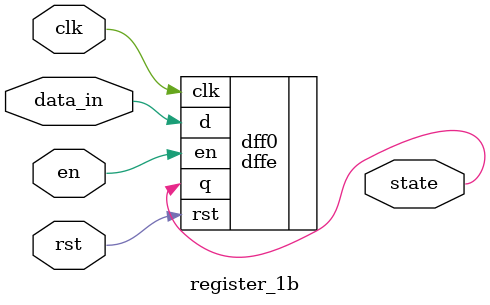
<source format=v>
module register_1b(en, clk, rst, state, data_in);
input clk, rst, en;
input data_in;
output state;

dffe dff0(.en(en), .clk(clk), .rst(rst), .d(data_in), .q(state));

endmodule

</source>
